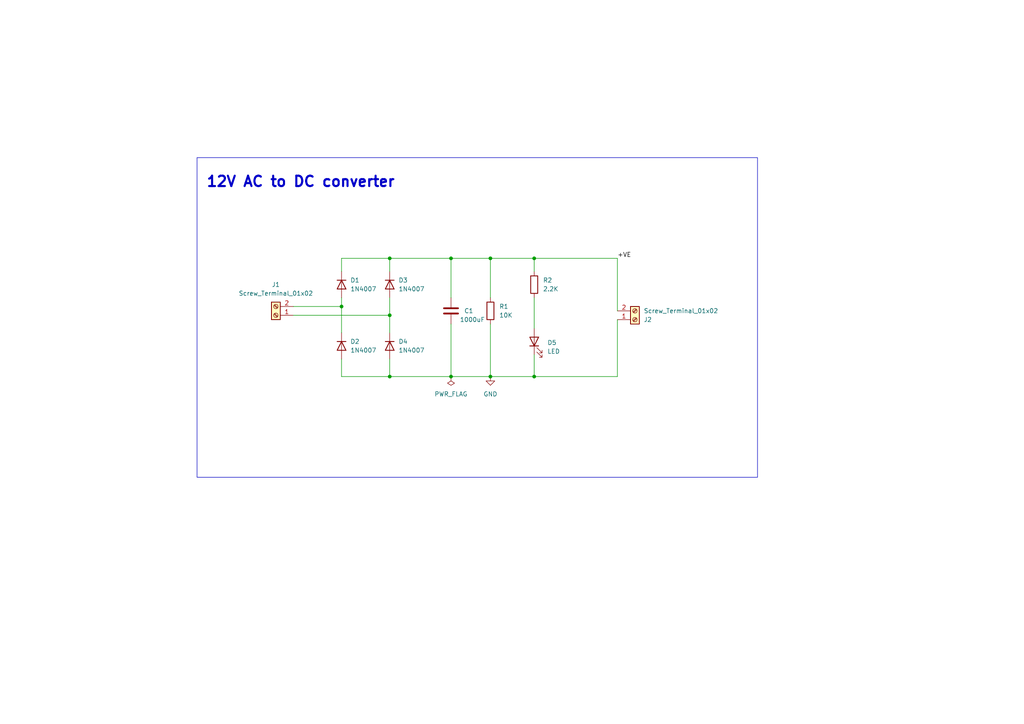
<source format=kicad_sch>
(kicad_sch (version 20230121) (generator eeschema)

  (uuid 277a66f2-8a59-4856-9136-6241bcca75cf)

  (paper "A4")

  (title_block
    (title "AC to DC converter")
    (date "2024-08-04")
    (company "Ampnics")
  )

  (lib_symbols
    (symbol "Connector:Screw_Terminal_01x02" (pin_names (offset 1.016) hide) (in_bom yes) (on_board yes)
      (property "Reference" "J" (at 0 2.54 0)
        (effects (font (size 1.27 1.27)))
      )
      (property "Value" "Screw_Terminal_01x02" (at 0 -5.08 0)
        (effects (font (size 1.27 1.27)))
      )
      (property "Footprint" "" (at 0 0 0)
        (effects (font (size 1.27 1.27)) hide)
      )
      (property "Datasheet" "~" (at 0 0 0)
        (effects (font (size 1.27 1.27)) hide)
      )
      (property "ki_keywords" "screw terminal" (at 0 0 0)
        (effects (font (size 1.27 1.27)) hide)
      )
      (property "ki_description" "Generic screw terminal, single row, 01x02, script generated (kicad-library-utils/schlib/autogen/connector/)" (at 0 0 0)
        (effects (font (size 1.27 1.27)) hide)
      )
      (property "ki_fp_filters" "TerminalBlock*:*" (at 0 0 0)
        (effects (font (size 1.27 1.27)) hide)
      )
      (symbol "Screw_Terminal_01x02_1_1"
        (rectangle (start -1.27 1.27) (end 1.27 -3.81)
          (stroke (width 0.254) (type default))
          (fill (type background))
        )
        (circle (center 0 -2.54) (radius 0.635)
          (stroke (width 0.1524) (type default))
          (fill (type none))
        )
        (polyline
          (pts
            (xy -0.5334 -2.2098)
            (xy 0.3302 -3.048)
          )
          (stroke (width 0.1524) (type default))
          (fill (type none))
        )
        (polyline
          (pts
            (xy -0.5334 0.3302)
            (xy 0.3302 -0.508)
          )
          (stroke (width 0.1524) (type default))
          (fill (type none))
        )
        (polyline
          (pts
            (xy -0.3556 -2.032)
            (xy 0.508 -2.8702)
          )
          (stroke (width 0.1524) (type default))
          (fill (type none))
        )
        (polyline
          (pts
            (xy -0.3556 0.508)
            (xy 0.508 -0.3302)
          )
          (stroke (width 0.1524) (type default))
          (fill (type none))
        )
        (circle (center 0 0) (radius 0.635)
          (stroke (width 0.1524) (type default))
          (fill (type none))
        )
        (pin passive line (at -5.08 0 0) (length 3.81)
          (name "Pin_1" (effects (font (size 1.27 1.27))))
          (number "1" (effects (font (size 1.27 1.27))))
        )
        (pin passive line (at -5.08 -2.54 0) (length 3.81)
          (name "Pin_2" (effects (font (size 1.27 1.27))))
          (number "2" (effects (font (size 1.27 1.27))))
        )
      )
    )
    (symbol "Device:C" (pin_numbers hide) (pin_names (offset 0.254)) (in_bom yes) (on_board yes)
      (property "Reference" "C" (at 0.635 2.54 0)
        (effects (font (size 1.27 1.27)) (justify left))
      )
      (property "Value" "C" (at 0.635 -2.54 0)
        (effects (font (size 1.27 1.27)) (justify left))
      )
      (property "Footprint" "" (at 0.9652 -3.81 0)
        (effects (font (size 1.27 1.27)) hide)
      )
      (property "Datasheet" "~" (at 0 0 0)
        (effects (font (size 1.27 1.27)) hide)
      )
      (property "ki_keywords" "cap capacitor" (at 0 0 0)
        (effects (font (size 1.27 1.27)) hide)
      )
      (property "ki_description" "Unpolarized capacitor" (at 0 0 0)
        (effects (font (size 1.27 1.27)) hide)
      )
      (property "ki_fp_filters" "C_*" (at 0 0 0)
        (effects (font (size 1.27 1.27)) hide)
      )
      (symbol "C_0_1"
        (polyline
          (pts
            (xy -2.032 -0.762)
            (xy 2.032 -0.762)
          )
          (stroke (width 0.508) (type default))
          (fill (type none))
        )
        (polyline
          (pts
            (xy -2.032 0.762)
            (xy 2.032 0.762)
          )
          (stroke (width 0.508) (type default))
          (fill (type none))
        )
      )
      (symbol "C_1_1"
        (pin passive line (at 0 3.81 270) (length 2.794)
          (name "~" (effects (font (size 1.27 1.27))))
          (number "1" (effects (font (size 1.27 1.27))))
        )
        (pin passive line (at 0 -3.81 90) (length 2.794)
          (name "~" (effects (font (size 1.27 1.27))))
          (number "2" (effects (font (size 1.27 1.27))))
        )
      )
    )
    (symbol "Device:LED" (pin_numbers hide) (pin_names (offset 1.016) hide) (in_bom yes) (on_board yes)
      (property "Reference" "D" (at 0 2.54 0)
        (effects (font (size 1.27 1.27)))
      )
      (property "Value" "LED" (at 0 -2.54 0)
        (effects (font (size 1.27 1.27)))
      )
      (property "Footprint" "" (at 0 0 0)
        (effects (font (size 1.27 1.27)) hide)
      )
      (property "Datasheet" "~" (at 0 0 0)
        (effects (font (size 1.27 1.27)) hide)
      )
      (property "ki_keywords" "LED diode" (at 0 0 0)
        (effects (font (size 1.27 1.27)) hide)
      )
      (property "ki_description" "Light emitting diode" (at 0 0 0)
        (effects (font (size 1.27 1.27)) hide)
      )
      (property "ki_fp_filters" "LED* LED_SMD:* LED_THT:*" (at 0 0 0)
        (effects (font (size 1.27 1.27)) hide)
      )
      (symbol "LED_0_1"
        (polyline
          (pts
            (xy -1.27 -1.27)
            (xy -1.27 1.27)
          )
          (stroke (width 0.254) (type default))
          (fill (type none))
        )
        (polyline
          (pts
            (xy -1.27 0)
            (xy 1.27 0)
          )
          (stroke (width 0) (type default))
          (fill (type none))
        )
        (polyline
          (pts
            (xy 1.27 -1.27)
            (xy 1.27 1.27)
            (xy -1.27 0)
            (xy 1.27 -1.27)
          )
          (stroke (width 0.254) (type default))
          (fill (type none))
        )
        (polyline
          (pts
            (xy -3.048 -0.762)
            (xy -4.572 -2.286)
            (xy -3.81 -2.286)
            (xy -4.572 -2.286)
            (xy -4.572 -1.524)
          )
          (stroke (width 0) (type default))
          (fill (type none))
        )
        (polyline
          (pts
            (xy -1.778 -0.762)
            (xy -3.302 -2.286)
            (xy -2.54 -2.286)
            (xy -3.302 -2.286)
            (xy -3.302 -1.524)
          )
          (stroke (width 0) (type default))
          (fill (type none))
        )
      )
      (symbol "LED_1_1"
        (pin passive line (at -3.81 0 0) (length 2.54)
          (name "K" (effects (font (size 1.27 1.27))))
          (number "1" (effects (font (size 1.27 1.27))))
        )
        (pin passive line (at 3.81 0 180) (length 2.54)
          (name "A" (effects (font (size 1.27 1.27))))
          (number "2" (effects (font (size 1.27 1.27))))
        )
      )
    )
    (symbol "Device:R" (pin_numbers hide) (pin_names (offset 0)) (in_bom yes) (on_board yes)
      (property "Reference" "R" (at 2.032 0 90)
        (effects (font (size 1.27 1.27)))
      )
      (property "Value" "R" (at 0 0 90)
        (effects (font (size 1.27 1.27)))
      )
      (property "Footprint" "" (at -1.778 0 90)
        (effects (font (size 1.27 1.27)) hide)
      )
      (property "Datasheet" "~" (at 0 0 0)
        (effects (font (size 1.27 1.27)) hide)
      )
      (property "ki_keywords" "R res resistor" (at 0 0 0)
        (effects (font (size 1.27 1.27)) hide)
      )
      (property "ki_description" "Resistor" (at 0 0 0)
        (effects (font (size 1.27 1.27)) hide)
      )
      (property "ki_fp_filters" "R_*" (at 0 0 0)
        (effects (font (size 1.27 1.27)) hide)
      )
      (symbol "R_0_1"
        (rectangle (start -1.016 -2.54) (end 1.016 2.54)
          (stroke (width 0.254) (type default))
          (fill (type none))
        )
      )
      (symbol "R_1_1"
        (pin passive line (at 0 3.81 270) (length 1.27)
          (name "~" (effects (font (size 1.27 1.27))))
          (number "1" (effects (font (size 1.27 1.27))))
        )
        (pin passive line (at 0 -3.81 90) (length 1.27)
          (name "~" (effects (font (size 1.27 1.27))))
          (number "2" (effects (font (size 1.27 1.27))))
        )
      )
    )
    (symbol "Diode:1N4007" (pin_numbers hide) (pin_names hide) (in_bom yes) (on_board yes)
      (property "Reference" "D" (at 0 2.54 0)
        (effects (font (size 1.27 1.27)))
      )
      (property "Value" "1N4007" (at 0 -2.54 0)
        (effects (font (size 1.27 1.27)))
      )
      (property "Footprint" "Diode_THT:D_DO-41_SOD81_P10.16mm_Horizontal" (at 0 -4.445 0)
        (effects (font (size 1.27 1.27)) hide)
      )
      (property "Datasheet" "http://www.vishay.com/docs/88503/1n4001.pdf" (at 0 0 0)
        (effects (font (size 1.27 1.27)) hide)
      )
      (property "Sim.Device" "D" (at 0 0 0)
        (effects (font (size 1.27 1.27)) hide)
      )
      (property "Sim.Pins" "1=K 2=A" (at 0 0 0)
        (effects (font (size 1.27 1.27)) hide)
      )
      (property "ki_keywords" "diode" (at 0 0 0)
        (effects (font (size 1.27 1.27)) hide)
      )
      (property "ki_description" "1000V 1A General Purpose Rectifier Diode, DO-41" (at 0 0 0)
        (effects (font (size 1.27 1.27)) hide)
      )
      (property "ki_fp_filters" "D*DO?41*" (at 0 0 0)
        (effects (font (size 1.27 1.27)) hide)
      )
      (symbol "1N4007_0_1"
        (polyline
          (pts
            (xy -1.27 1.27)
            (xy -1.27 -1.27)
          )
          (stroke (width 0.254) (type default))
          (fill (type none))
        )
        (polyline
          (pts
            (xy 1.27 0)
            (xy -1.27 0)
          )
          (stroke (width 0) (type default))
          (fill (type none))
        )
        (polyline
          (pts
            (xy 1.27 1.27)
            (xy 1.27 -1.27)
            (xy -1.27 0)
            (xy 1.27 1.27)
          )
          (stroke (width 0.254) (type default))
          (fill (type none))
        )
      )
      (symbol "1N4007_1_1"
        (pin passive line (at -3.81 0 0) (length 2.54)
          (name "K" (effects (font (size 1.27 1.27))))
          (number "1" (effects (font (size 1.27 1.27))))
        )
        (pin passive line (at 3.81 0 180) (length 2.54)
          (name "A" (effects (font (size 1.27 1.27))))
          (number "2" (effects (font (size 1.27 1.27))))
        )
      )
    )
    (symbol "power:GND" (power) (pin_names (offset 0)) (in_bom yes) (on_board yes)
      (property "Reference" "#PWR" (at 0 -6.35 0)
        (effects (font (size 1.27 1.27)) hide)
      )
      (property "Value" "GND" (at 0 -3.81 0)
        (effects (font (size 1.27 1.27)))
      )
      (property "Footprint" "" (at 0 0 0)
        (effects (font (size 1.27 1.27)) hide)
      )
      (property "Datasheet" "" (at 0 0 0)
        (effects (font (size 1.27 1.27)) hide)
      )
      (property "ki_keywords" "global power" (at 0 0 0)
        (effects (font (size 1.27 1.27)) hide)
      )
      (property "ki_description" "Power symbol creates a global label with name \"GND\" , ground" (at 0 0 0)
        (effects (font (size 1.27 1.27)) hide)
      )
      (symbol "GND_0_1"
        (polyline
          (pts
            (xy 0 0)
            (xy 0 -1.27)
            (xy 1.27 -1.27)
            (xy 0 -2.54)
            (xy -1.27 -1.27)
            (xy 0 -1.27)
          )
          (stroke (width 0) (type default))
          (fill (type none))
        )
      )
      (symbol "GND_1_1"
        (pin power_in line (at 0 0 270) (length 0) hide
          (name "GND" (effects (font (size 1.27 1.27))))
          (number "1" (effects (font (size 1.27 1.27))))
        )
      )
    )
    (symbol "power:PWR_FLAG" (power) (pin_numbers hide) (pin_names (offset 0) hide) (in_bom yes) (on_board yes)
      (property "Reference" "#FLG" (at 0 1.905 0)
        (effects (font (size 1.27 1.27)) hide)
      )
      (property "Value" "PWR_FLAG" (at 0 3.81 0)
        (effects (font (size 1.27 1.27)))
      )
      (property "Footprint" "" (at 0 0 0)
        (effects (font (size 1.27 1.27)) hide)
      )
      (property "Datasheet" "~" (at 0 0 0)
        (effects (font (size 1.27 1.27)) hide)
      )
      (property "ki_keywords" "flag power" (at 0 0 0)
        (effects (font (size 1.27 1.27)) hide)
      )
      (property "ki_description" "Special symbol for telling ERC where power comes from" (at 0 0 0)
        (effects (font (size 1.27 1.27)) hide)
      )
      (symbol "PWR_FLAG_0_0"
        (pin power_out line (at 0 0 90) (length 0)
          (name "pwr" (effects (font (size 1.27 1.27))))
          (number "1" (effects (font (size 1.27 1.27))))
        )
      )
      (symbol "PWR_FLAG_0_1"
        (polyline
          (pts
            (xy 0 0)
            (xy 0 1.27)
            (xy -1.016 1.905)
            (xy 0 2.54)
            (xy 1.016 1.905)
            (xy 0 1.27)
          )
          (stroke (width 0) (type default))
          (fill (type none))
        )
      )
    )
  )

  (junction (at 113.03 109.22) (diameter 0) (color 0 0 0 0)
    (uuid 516b317e-36f3-41d6-985e-af84f00e936a)
  )
  (junction (at 142.24 74.93) (diameter 0) (color 0 0 0 0)
    (uuid 6070769e-384f-4819-b89f-00ffb2e78049)
  )
  (junction (at 130.81 109.22) (diameter 0) (color 0 0 0 0)
    (uuid 821d100c-9e8a-4f17-9dd5-89a4562e8a98)
  )
  (junction (at 113.03 74.93) (diameter 0) (color 0 0 0 0)
    (uuid ad364dba-191e-4c56-9c3e-d5fb4c6cf9dc)
  )
  (junction (at 130.81 74.93) (diameter 0) (color 0 0 0 0)
    (uuid c2ef4e5d-bf12-448f-8498-0b880df21a10)
  )
  (junction (at 142.24 109.22) (diameter 0) (color 0 0 0 0)
    (uuid c8408944-68f6-4a90-a7ef-c8a42eac5449)
  )
  (junction (at 99.06 88.9) (diameter 0) (color 0 0 0 0)
    (uuid ccf8bcc9-f690-401d-ac7d-8b29fb695778)
  )
  (junction (at 154.94 74.93) (diameter 0) (color 0 0 0 0)
    (uuid d780c2c8-7b9b-4d2e-a9de-a251e1efc7c0)
  )
  (junction (at 154.94 109.22) (diameter 0) (color 0 0 0 0)
    (uuid f13f6a89-f51c-48c3-97e2-a4e29b9b4868)
  )
  (junction (at 113.03 91.44) (diameter 0) (color 0 0 0 0)
    (uuid f1bf62ee-87f2-490c-ad57-86bfe486f77c)
  )

  (wire (pts (xy 99.06 88.9) (xy 99.06 96.52))
    (stroke (width 0) (type default))
    (uuid 04fdcab4-8a39-4516-8eab-d294caa934b1)
  )
  (wire (pts (xy 179.07 109.22) (xy 154.94 109.22))
    (stroke (width 0) (type default))
    (uuid 20c2c5a7-d004-4dab-937f-7f4395804648)
  )
  (wire (pts (xy 99.06 109.22) (xy 113.03 109.22))
    (stroke (width 0) (type default))
    (uuid 221ee0bd-510c-4943-a602-94dc07333fd4)
  )
  (wire (pts (xy 154.94 109.22) (xy 142.24 109.22))
    (stroke (width 0) (type default))
    (uuid 22376fe0-8c8e-4b74-833d-29a04fe899ca)
  )
  (wire (pts (xy 154.94 78.74) (xy 154.94 74.93))
    (stroke (width 0) (type default))
    (uuid 2d049bd5-3da1-4ccf-974b-5f735a9f9250)
  )
  (wire (pts (xy 85.09 91.44) (xy 113.03 91.44))
    (stroke (width 0) (type default))
    (uuid 34c5a932-61e2-4f46-9483-d6ba7bf44474)
  )
  (wire (pts (xy 113.03 91.44) (xy 113.03 96.52))
    (stroke (width 0) (type default))
    (uuid 37349dec-0e55-4d5c-80cb-5428eb422e91)
  )
  (wire (pts (xy 99.06 74.93) (xy 99.06 78.74))
    (stroke (width 0) (type default))
    (uuid 37a8600d-e79f-478c-9645-6b588d432c4c)
  )
  (wire (pts (xy 179.07 92.71) (xy 179.07 109.22))
    (stroke (width 0) (type default))
    (uuid 387357b1-76ea-45fa-a6d8-2b661583b819)
  )
  (wire (pts (xy 179.07 90.17) (xy 179.07 74.93))
    (stroke (width 0) (type default))
    (uuid 44cb21f4-1a32-442d-864b-0dbf8b07ab53)
  )
  (wire (pts (xy 154.94 102.87) (xy 154.94 109.22))
    (stroke (width 0) (type default))
    (uuid 4dc118cd-6206-4d01-acc9-ac99c568248a)
  )
  (wire (pts (xy 85.09 88.9) (xy 99.06 88.9))
    (stroke (width 0) (type default))
    (uuid 514baecc-b713-4e8d-b04a-8af04af36a87)
  )
  (wire (pts (xy 142.24 86.36) (xy 142.24 74.93))
    (stroke (width 0) (type default))
    (uuid 51978333-b66d-42b2-b558-33811aecf58f)
  )
  (wire (pts (xy 130.81 74.93) (xy 113.03 74.93))
    (stroke (width 0) (type default))
    (uuid 5963b9ca-2221-4d38-b86a-e11a41cfad69)
  )
  (wire (pts (xy 130.81 93.98) (xy 130.81 109.22))
    (stroke (width 0) (type default))
    (uuid 5c365e68-8c59-4966-9288-04c117e6142d)
  )
  (wire (pts (xy 99.06 86.36) (xy 99.06 88.9))
    (stroke (width 0) (type default))
    (uuid 5f8fa6d2-010f-44db-8ba7-145a16329f05)
  )
  (wire (pts (xy 113.03 78.74) (xy 113.03 74.93))
    (stroke (width 0) (type default))
    (uuid 63db8302-dab0-4e9e-948b-f97a9de8ad4e)
  )
  (wire (pts (xy 113.03 86.36) (xy 113.03 91.44))
    (stroke (width 0) (type default))
    (uuid 66c553b2-6184-4a27-a84a-a2fd5af20bc3)
  )
  (wire (pts (xy 179.07 74.93) (xy 154.94 74.93))
    (stroke (width 0) (type default))
    (uuid 81d9ed45-c3e7-46f9-99bd-aa70a410ff12)
  )
  (wire (pts (xy 130.81 109.22) (xy 113.03 109.22))
    (stroke (width 0) (type default))
    (uuid 839dcd51-4250-456c-9de6-4b37729b3516)
  )
  (wire (pts (xy 142.24 74.93) (xy 130.81 74.93))
    (stroke (width 0) (type default))
    (uuid 98c23d12-e8ca-41bf-a41f-a0d582206349)
  )
  (wire (pts (xy 142.24 109.22) (xy 130.81 109.22))
    (stroke (width 0) (type default))
    (uuid ad019277-e050-4246-80f4-e3a08cf36eb7)
  )
  (wire (pts (xy 99.06 104.14) (xy 99.06 109.22))
    (stroke (width 0) (type default))
    (uuid bf4bef62-7f90-4c14-adcb-93142181a4b8)
  )
  (wire (pts (xy 142.24 93.98) (xy 142.24 109.22))
    (stroke (width 0) (type default))
    (uuid c42651c4-d94b-45ed-bd9a-c79f0330e44f)
  )
  (wire (pts (xy 130.81 86.36) (xy 130.81 74.93))
    (stroke (width 0) (type default))
    (uuid c4e3897e-3500-498b-a26e-9a8efea3b440)
  )
  (wire (pts (xy 154.94 86.36) (xy 154.94 95.25))
    (stroke (width 0) (type default))
    (uuid c84ed459-a651-41aa-99d2-789768a8ea11)
  )
  (wire (pts (xy 154.94 74.93) (xy 142.24 74.93))
    (stroke (width 0) (type default))
    (uuid cfd2a03e-a850-45ab-9afb-80f58c54dcb1)
  )
  (wire (pts (xy 113.03 109.22) (xy 113.03 104.14))
    (stroke (width 0) (type default))
    (uuid d0f1ce46-9e20-49bb-94d3-8474e2a0d87d)
  )
  (wire (pts (xy 113.03 74.93) (xy 99.06 74.93))
    (stroke (width 0) (type default))
    (uuid d4881c9a-7b91-441b-a43c-55a868852629)
  )

  (rectangle (start 57.15 45.72) (end 219.71 138.43)
    (stroke (width 0) (type default))
    (fill (type none))
    (uuid c2ce7a3b-b701-4834-bc1c-c1c531814bf7)
  )

  (text "12V AC to DC converter" (at 59.69 54.61 0)
    (effects (font (size 3 3) (thickness 0.6) bold) (justify left bottom))
    (uuid deaca51c-435a-4b84-9d5d-1c3bc34324b4)
  )

  (label "+VE" (at 179.07 74.93 0) (fields_autoplaced)
    (effects (font (size 1.27 1.27)) (justify left bottom))
    (uuid 6570694c-3a85-484b-b2ff-9b6e0cb7af0e)
  )

  (symbol (lib_id "Diode:1N4007") (at 113.03 100.33 270) (unit 1)
    (in_bom yes) (on_board yes) (dnp no) (fields_autoplaced)
    (uuid 03484019-852b-4df9-ada2-ea2bba4475ec)
    (property "Reference" "D4" (at 115.57 99.06 90)
      (effects (font (size 1.27 1.27)) (justify left))
    )
    (property "Value" "1N4007" (at 115.57 101.6 90)
      (effects (font (size 1.27 1.27)) (justify left))
    )
    (property "Footprint" "Diode_THT:D_DO-41_SOD81_P10.16mm_Horizontal" (at 108.585 100.33 0)
      (effects (font (size 1.27 1.27)) hide)
    )
    (property "Datasheet" "http://www.vishay.com/docs/88503/1n4001.pdf" (at 113.03 100.33 0)
      (effects (font (size 1.27 1.27)) hide)
    )
    (property "Sim.Device" "D" (at 113.03 100.33 0)
      (effects (font (size 1.27 1.27)) hide)
    )
    (property "Sim.Pins" "1=K 2=A" (at 113.03 100.33 0)
      (effects (font (size 1.27 1.27)) hide)
    )
    (pin "2" (uuid d1636789-2ccd-494a-b31d-91cc55f04821))
    (pin "1" (uuid 1b7329b2-9562-4a04-becc-841398a9f08f))
    (instances
      (project "ACtoDCconverter"
        (path "/277a66f2-8a59-4856-9136-6241bcca75cf"
          (reference "D4") (unit 1)
        )
      )
    )
  )

  (symbol (lib_id "Diode:1N4007") (at 113.03 82.55 270) (unit 1)
    (in_bom yes) (on_board yes) (dnp no) (fields_autoplaced)
    (uuid 110c3440-2706-47b9-953e-8a4bfeead77a)
    (property "Reference" "D3" (at 115.57 81.28 90)
      (effects (font (size 1.27 1.27)) (justify left))
    )
    (property "Value" "1N4007" (at 115.57 83.82 90)
      (effects (font (size 1.27 1.27)) (justify left))
    )
    (property "Footprint" "Diode_THT:D_DO-41_SOD81_P10.16mm_Horizontal" (at 108.585 82.55 0)
      (effects (font (size 1.27 1.27)) hide)
    )
    (property "Datasheet" "http://www.vishay.com/docs/88503/1n4001.pdf" (at 113.03 82.55 0)
      (effects (font (size 1.27 1.27)) hide)
    )
    (property "Sim.Device" "D" (at 113.03 82.55 0)
      (effects (font (size 1.27 1.27)) hide)
    )
    (property "Sim.Pins" "1=K 2=A" (at 113.03 82.55 0)
      (effects (font (size 1.27 1.27)) hide)
    )
    (pin "2" (uuid 50053cf3-4ebf-4226-8df8-bc53a2590fa9))
    (pin "1" (uuid 752dec42-4e84-40da-95e8-32d1e2cb7a49))
    (instances
      (project "ACtoDCconverter"
        (path "/277a66f2-8a59-4856-9136-6241bcca75cf"
          (reference "D3") (unit 1)
        )
      )
    )
  )

  (symbol (lib_id "Device:LED") (at 154.94 99.06 90) (unit 1)
    (in_bom yes) (on_board yes) (dnp no) (fields_autoplaced)
    (uuid 1941bd7d-c2d4-497d-95ce-d06dc342c2b6)
    (property "Reference" "D5" (at 158.75 99.3775 90)
      (effects (font (size 1.27 1.27)) (justify right))
    )
    (property "Value" "LED" (at 158.75 101.9175 90)
      (effects (font (size 1.27 1.27)) (justify right))
    )
    (property "Footprint" "LED_THT:LED_D5.0mm" (at 154.94 99.06 0)
      (effects (font (size 1.27 1.27)) hide)
    )
    (property "Datasheet" "~" (at 154.94 99.06 0)
      (effects (font (size 1.27 1.27)) hide)
    )
    (pin "2" (uuid b8f42254-2cf8-4944-b813-e287be3f7895))
    (pin "1" (uuid a559497d-7eb0-4e60-a33e-168bda9452d9))
    (instances
      (project "ACtoDCconverter"
        (path "/277a66f2-8a59-4856-9136-6241bcca75cf"
          (reference "D5") (unit 1)
        )
      )
    )
  )

  (symbol (lib_id "Device:R") (at 142.24 90.17 0) (unit 1)
    (in_bom yes) (on_board yes) (dnp no) (fields_autoplaced)
    (uuid 325c9e11-f166-4ddb-aef1-7a9f19d686dd)
    (property "Reference" "R1" (at 144.78 88.9 0)
      (effects (font (size 1.27 1.27)) (justify left))
    )
    (property "Value" "10K" (at 144.78 91.44 0)
      (effects (font (size 1.27 1.27)) (justify left))
    )
    (property "Footprint" "Resistor_THT:R_Axial_DIN0207_L6.3mm_D2.5mm_P7.62mm_Horizontal" (at 140.462 90.17 90)
      (effects (font (size 1.27 1.27)) hide)
    )
    (property "Datasheet" "~" (at 142.24 90.17 0)
      (effects (font (size 1.27 1.27)) hide)
    )
    (pin "1" (uuid 13adcfc4-8cbc-42d2-8d84-319afea31587))
    (pin "2" (uuid 51192592-dbe4-472d-a36f-9d55fe0bea19))
    (instances
      (project "ACtoDCconverter"
        (path "/277a66f2-8a59-4856-9136-6241bcca75cf"
          (reference "R1") (unit 1)
        )
      )
    )
  )

  (symbol (lib_id "Connector:Screw_Terminal_01x02") (at 80.01 91.44 180) (unit 1)
    (in_bom yes) (on_board yes) (dnp no) (fields_autoplaced)
    (uuid 561242b3-1280-4e6a-8046-9a41472be4c8)
    (property "Reference" "J1" (at 80.01 82.55 0)
      (effects (font (size 1.27 1.27)))
    )
    (property "Value" "Screw_Terminal_01x02" (at 80.01 85.09 0)
      (effects (font (size 1.27 1.27)))
    )
    (property "Footprint" "TerminalBlock:TerminalBlock_bornier-2_P5.08mm" (at 80.01 91.44 0)
      (effects (font (size 1.27 1.27)) hide)
    )
    (property "Datasheet" "~" (at 80.01 91.44 0)
      (effects (font (size 1.27 1.27)) hide)
    )
    (pin "1" (uuid b1f188a1-7be6-4494-a316-4ddd5a0b4c6e))
    (pin "2" (uuid 12d908e5-698d-4fc2-9b70-7f511de0d30f))
    (instances
      (project "ACtoDCconverter"
        (path "/277a66f2-8a59-4856-9136-6241bcca75cf"
          (reference "J1") (unit 1)
        )
      )
    )
  )

  (symbol (lib_id "Diode:1N4007") (at 99.06 100.33 270) (unit 1)
    (in_bom yes) (on_board yes) (dnp no) (fields_autoplaced)
    (uuid 80584d5f-e027-492f-9f0d-5d25a0995730)
    (property "Reference" "D2" (at 101.6 99.06 90)
      (effects (font (size 1.27 1.27)) (justify left))
    )
    (property "Value" "1N4007" (at 101.6 101.6 90)
      (effects (font (size 1.27 1.27)) (justify left))
    )
    (property "Footprint" "Diode_THT:D_DO-41_SOD81_P10.16mm_Horizontal" (at 94.615 100.33 0)
      (effects (font (size 1.27 1.27)) hide)
    )
    (property "Datasheet" "http://www.vishay.com/docs/88503/1n4001.pdf" (at 99.06 100.33 0)
      (effects (font (size 1.27 1.27)) hide)
    )
    (property "Sim.Device" "D" (at 99.06 100.33 0)
      (effects (font (size 1.27 1.27)) hide)
    )
    (property "Sim.Pins" "1=K 2=A" (at 99.06 100.33 0)
      (effects (font (size 1.27 1.27)) hide)
    )
    (pin "2" (uuid 9bd5aa13-3570-4b39-baf0-5d3494f1e914))
    (pin "1" (uuid 75459123-9f7e-4741-bf97-0afe73a0d38d))
    (instances
      (project "ACtoDCconverter"
        (path "/277a66f2-8a59-4856-9136-6241bcca75cf"
          (reference "D2") (unit 1)
        )
      )
    )
  )

  (symbol (lib_id "power:GND") (at 142.24 109.22 0) (unit 1)
    (in_bom yes) (on_board yes) (dnp no) (fields_autoplaced)
    (uuid 88499a47-bde9-488d-b5c8-07f0bd43e11a)
    (property "Reference" "#PWR01" (at 142.24 115.57 0)
      (effects (font (size 1.27 1.27)) hide)
    )
    (property "Value" "GND" (at 142.24 114.3 0)
      (effects (font (size 1.27 1.27)))
    )
    (property "Footprint" "" (at 142.24 109.22 0)
      (effects (font (size 1.27 1.27)) hide)
    )
    (property "Datasheet" "" (at 142.24 109.22 0)
      (effects (font (size 1.27 1.27)) hide)
    )
    (pin "1" (uuid 86d3d2cd-1584-4f9e-ab4b-77905ade034e))
    (instances
      (project "ACtoDCconverter"
        (path "/277a66f2-8a59-4856-9136-6241bcca75cf"
          (reference "#PWR01") (unit 1)
        )
      )
    )
  )

  (symbol (lib_id "Device:R") (at 154.94 82.55 0) (unit 1)
    (in_bom yes) (on_board yes) (dnp no) (fields_autoplaced)
    (uuid 8bc2e6eb-17d5-4cda-899f-2d7193a0b705)
    (property "Reference" "R2" (at 157.48 81.28 0)
      (effects (font (size 1.27 1.27)) (justify left))
    )
    (property "Value" "2.2K" (at 157.48 83.82 0)
      (effects (font (size 1.27 1.27)) (justify left))
    )
    (property "Footprint" "Resistor_THT:R_Axial_DIN0207_L6.3mm_D2.5mm_P7.62mm_Horizontal" (at 153.162 82.55 90)
      (effects (font (size 1.27 1.27)) hide)
    )
    (property "Datasheet" "~" (at 154.94 82.55 0)
      (effects (font (size 1.27 1.27)) hide)
    )
    (pin "2" (uuid 2b8b2597-3bf3-4703-9b4f-8b1df1ca5597))
    (pin "1" (uuid e6574fd6-da0b-4880-9ae8-17c060ee78eb))
    (instances
      (project "ACtoDCconverter"
        (path "/277a66f2-8a59-4856-9136-6241bcca75cf"
          (reference "R2") (unit 1)
        )
      )
    )
  )

  (symbol (lib_id "Diode:1N4007") (at 99.06 82.55 270) (unit 1)
    (in_bom yes) (on_board yes) (dnp no) (fields_autoplaced)
    (uuid 943cb542-0410-4caf-95a4-a35b6aae9da5)
    (property "Reference" "D1" (at 101.6 81.28 90)
      (effects (font (size 1.27 1.27)) (justify left))
    )
    (property "Value" "1N4007" (at 101.6 83.82 90)
      (effects (font (size 1.27 1.27)) (justify left))
    )
    (property "Footprint" "Diode_THT:D_DO-41_SOD81_P10.16mm_Horizontal" (at 94.615 82.55 0)
      (effects (font (size 1.27 1.27)) hide)
    )
    (property "Datasheet" "http://www.vishay.com/docs/88503/1n4001.pdf" (at 99.06 82.55 0)
      (effects (font (size 1.27 1.27)) hide)
    )
    (property "Sim.Device" "D" (at 99.06 82.55 0)
      (effects (font (size 1.27 1.27)) hide)
    )
    (property "Sim.Pins" "1=K 2=A" (at 99.06 82.55 0)
      (effects (font (size 1.27 1.27)) hide)
    )
    (pin "2" (uuid 1f7b52d0-6baf-4070-abaf-bb4ba23ef749))
    (pin "1" (uuid d9f71a3d-66ce-458c-94e5-6302650acbd3))
    (instances
      (project "ACtoDCconverter"
        (path "/277a66f2-8a59-4856-9136-6241bcca75cf"
          (reference "D1") (unit 1)
        )
      )
    )
  )

  (symbol (lib_id "Device:C") (at 130.81 90.17 0) (unit 1)
    (in_bom yes) (on_board yes) (dnp no)
    (uuid 964638c1-ee26-43f2-8fb4-ad28058c8bf6)
    (property "Reference" "C1" (at 134.62 90.17 0)
      (effects (font (size 1.27 1.27)) (justify left))
    )
    (property "Value" "1000uF" (at 133.35 92.71 0)
      (effects (font (size 1.27 1.27)) (justify left))
    )
    (property "Footprint" "Capacitor_THT:C_Radial_D8.0mm_H11.5mm_P3.50mm" (at 131.7752 93.98 0)
      (effects (font (size 1.27 1.27)) hide)
    )
    (property "Datasheet" "~" (at 130.81 90.17 0)
      (effects (font (size 1.27 1.27)) hide)
    )
    (pin "2" (uuid c36b5f65-95cb-438f-b9d0-f2c5d80c719e))
    (pin "1" (uuid a9207e4f-104f-426a-aece-669021c5a79c))
    (instances
      (project "ACtoDCconverter"
        (path "/277a66f2-8a59-4856-9136-6241bcca75cf"
          (reference "C1") (unit 1)
        )
      )
    )
  )

  (symbol (lib_id "Connector:Screw_Terminal_01x02") (at 184.15 92.71 0) (mirror x) (unit 1)
    (in_bom yes) (on_board yes) (dnp no)
    (uuid c8dece1b-986a-4d83-baf5-a541db3a6995)
    (property "Reference" "J2" (at 186.69 92.71 0)
      (effects (font (size 1.27 1.27)) (justify left))
    )
    (property "Value" "Screw_Terminal_01x02" (at 186.69 90.17 0)
      (effects (font (size 1.27 1.27)) (justify left))
    )
    (property "Footprint" "TerminalBlock:TerminalBlock_bornier-2_P5.08mm" (at 184.15 92.71 0)
      (effects (font (size 1.27 1.27)) hide)
    )
    (property "Datasheet" "~" (at 184.15 92.71 0)
      (effects (font (size 1.27 1.27)) hide)
    )
    (pin "1" (uuid 84b0bca0-7311-479a-b153-53f8c7136f89))
    (pin "2" (uuid 306fd576-2671-4f11-bfdc-723b5464dfc9))
    (instances
      (project "ACtoDCconverter"
        (path "/277a66f2-8a59-4856-9136-6241bcca75cf"
          (reference "J2") (unit 1)
        )
      )
    )
  )

  (symbol (lib_id "power:PWR_FLAG") (at 130.81 109.22 180) (unit 1)
    (in_bom yes) (on_board yes) (dnp no) (fields_autoplaced)
    (uuid fc278591-9cd8-41b1-aee3-2e428e09f79c)
    (property "Reference" "#FLG01" (at 130.81 111.125 0)
      (effects (font (size 1.27 1.27)) hide)
    )
    (property "Value" "PWR_FLAG" (at 130.81 114.3 0)
      (effects (font (size 1.27 1.27)))
    )
    (property "Footprint" "" (at 130.81 109.22 0)
      (effects (font (size 1.27 1.27)) hide)
    )
    (property "Datasheet" "~" (at 130.81 109.22 0)
      (effects (font (size 1.27 1.27)) hide)
    )
    (pin "1" (uuid e028aba9-de29-477e-b28d-0859b7c9d799))
    (instances
      (project "ACtoDCconverter"
        (path "/277a66f2-8a59-4856-9136-6241bcca75cf"
          (reference "#FLG01") (unit 1)
        )
      )
    )
  )

  (sheet_instances
    (path "/" (page "1"))
  )
)

</source>
